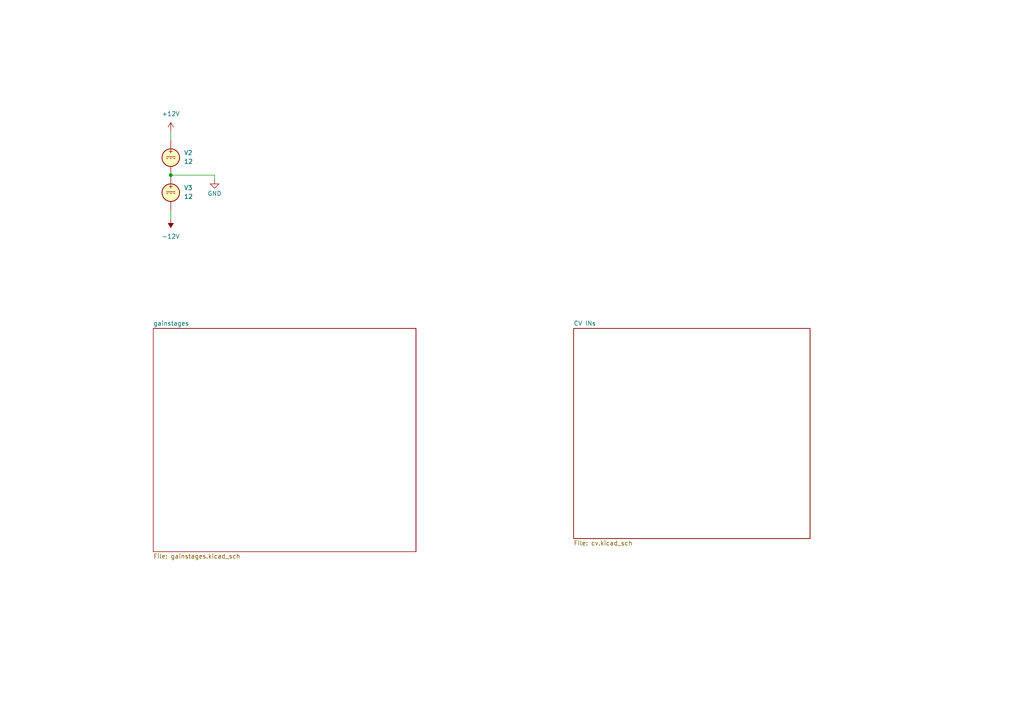
<source format=kicad_sch>
(kicad_sch (version 20231120) (generator "eeschema") (generator_version "8.0")
  (paper "A4")
  (lib_symbols
    (symbol "Simulation_SPICE:VDC" (pin_numbers hide) (pin_names (offset 0.0254))
      (property "Reference" "V" (at 2.54 2.54 0))
      (property "Value" "1" (at 2.54 0 0))
      (symbol "VDC_0_0"
        (polyline (pts (xy -1.27 0.254) (xy 1.27 0.254)))
        (polyline (pts (xy -0.762 -0.254) (xy -1.27 -0.254)))
        (polyline (pts (xy 0.254 -0.254) (xy -0.254 -0.254)))
        (polyline (pts (xy 1.27 -0.254) (xy 0.762 -0.254)))
        (text "+" (at 0 1.905 0) (effects (font (size 1.27 1.27))))
      )
      (symbol "VDC_0_1"
        (circle (center 0 0) (radius 2.54) (stroke (width 0.254)) (fill (type background)))
      )
      (symbol "VDC_1_1"
        (pin passive line (at 0 5.08 270) (length 2.54) (name "~") (number "1"))
        (pin passive line (at 0 -5.08 90) (length 2.54) (name "~") (number "2"))
      )
    )
    (symbol "power:+5V" (power) (pin_numbers hide) (pin_names (offset 0) hide)
      (property "Value" "+5V" (at 0 3.556 0))
      (symbol "+5V_0_1"
        (polyline (pts (xy -0.762 1.27) (xy 0 2.54)))
        (polyline (pts (xy 0 0) (xy 0 2.54)))
        (polyline (pts (xy 0 2.54) (xy 0.762 1.27)))
      )
      (symbol "+5V_1_1"
        (pin power_in line (at 0 0 90) (length 0) (name "~") (number "1"))
      )
    )
    (symbol "power:-12V" (power) (pin_numbers hide) (pin_names (offset 0) hide)
      (property "Value" "-12V" (at 0 3.556 0))
      (symbol "-12V_0_0"
        (pin power_in line (at 0 0 90) (length 0) (name "~") (number "1"))
      )
      (symbol "-12V_0_1"
        (polyline (pts (xy 0 0) (xy 0 1.27) (xy 0.762 1.27) (xy 0 2.54) (xy -0.762 1.27) (xy 0 1.27)) (fill (type outline)))
      )
    )
    (symbol "power:GND" (power) (pin_numbers hide) (pin_names (offset 0) hide)
      (property "Value" "GND" (at 0 -3.81 0))
      (symbol "GND_0_1"
        (polyline (pts (xy 0 0) (xy 0 -1.27) (xy 1.27 -1.27) (xy 0 -2.54) (xy -1.27 -1.27) (xy 0 -1.27)))
      )
      (symbol "GND_1_1"
        (pin power_in line (at 0 0 270) (length 0) (name "~") (number "1"))
      )
    )
  )
  (junction (at 49.53 50.8))
  (wire (pts (xy 49.53 63.5) (xy 49.53 60.96)))
  (wire (pts (xy 62.23 50.8) (xy 49.53 50.8)))
  (wire (pts (xy 62.23 50.8) (xy 62.23 52.07)))
  (wire (pts (xy 49.53 40.64) (xy 49.53 38.1)))
  (symbol (lib_id "Simulation_SPICE:VDC") (at 49.53 55.88 0) (unit 1)
    (property "Reference" "V3" (at 53.34 54.4801 0) (effects (justify left)))
    (property "Value" "12" (at 53.34 57.0201 0) (effects (justify left)))
    (property "Datasheet" "https://ngspice.sourceforge.io/docs/ngspice-html-manual/manual.xhtml#sec_Independent_Sources_for" (effects (hide yes)))
    (property "Description" "Voltage source, DC" (effects (hide yes)))
    (property "Sim.Pins" "1=+ 2=-" (effects (hide yes)))
    (property "Sim.Type" "DC" (effects (hide yes)))
    (property "Sim.Device" "V" (effects (hide yes)))
  )
  (symbol (lib_id "power:GND") (at 62.23 52.07 0) (mirror y) (unit 1)
    (property "Reference" "#PWR08" (effects (hide yes)))
    (property "Value" "GND" (at 62.23 56.134 0))
    (property "Description" "Power symbol creates a global label with name \"GND\" , ground" (effects (hide yes)))
  )
  (symbol (lib_id "power:+5V") (at 49.53 38.1 0) (unit 1)
    (property "Reference" "#PWR06" (effects (hide yes)))
    (property "Value" "+12V" (at 49.53 33.02 0))
    (property "Description" "Power symbol creates a global label with name \"+5V\"" (effects (hide yes)))
  )
  (symbol (lib_id "Simulation_SPICE:VDC") (at 49.53 45.72 0) (unit 1)
    (property "Reference" "V2" (at 53.34 44.3201 0) (effects (justify left)))
    (property "Value" "12" (at 53.34 46.8601 0) (effects (justify left)))
    (property "Datasheet" "https://ngspice.sourceforge.io/docs/ngspice-html-manual/manual.xhtml#sec_Independent_Sources_for" (effects (hide yes)))
    (property "Description" "Voltage source, DC" (effects (hide yes)))
    (property "Sim.Pins" "1=+ 2=-" (effects (hide yes)))
    (property "Sim.Type" "DC" (effects (hide yes)))
    (property "Sim.Device" "V" (effects (hide yes)))
  )
  (symbol (lib_id "power:-12V") (at 49.53 63.5 180) (unit 1)
    (property "Reference" "#PWR07" (effects (hide yes)))
    (property "Value" "-12V" (at 49.53 68.58 0))
    (property "Description" "Power symbol creates a global label with name \"-12V\"" (effects (hide yes)))
  )
  (sheet (at 166.37 95.25) (size 68.58 60.96) (stroke (width 0.1524))
    (property "Sheetname" "CV INs" (at 166.37 94.5384 0) (effects (justify left bottom)))
    (property "Sheetfile" "cv.kicad_sch" (at 166.37 156.7946 0) (effects (justify left top)))
  )
  (sheet (at 44.45 95.25) (size 76.2 64.77) (stroke (width 0.1524))
    (property "Sheetname" "gainstages" (at 44.45 94.5384 0) (effects (justify left bottom)))
    (property "Sheetfile" "gainstages.kicad_sch" (at 44.45 160.6046 0) (effects (justify left top)))
  )
)
</source>
